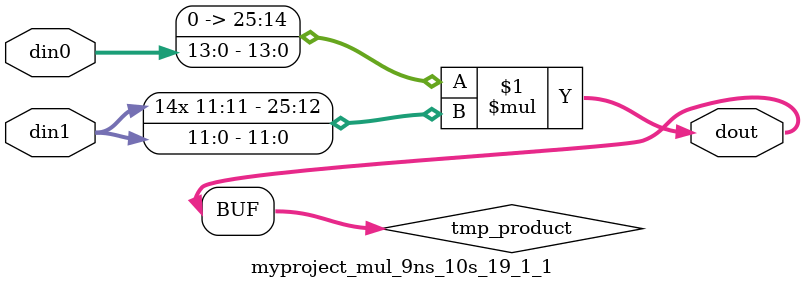
<source format=v>

`timescale 1 ns / 1 ps

 module myproject_mul_9ns_10s_19_1_1(din0, din1, dout);
parameter ID = 1;
parameter NUM_STAGE = 0;
parameter din0_WIDTH = 14;
parameter din1_WIDTH = 12;
parameter dout_WIDTH = 26;

input [din0_WIDTH - 1 : 0] din0; 
input [din1_WIDTH - 1 : 0] din1; 
output [dout_WIDTH - 1 : 0] dout;

wire signed [dout_WIDTH - 1 : 0] tmp_product;

























assign tmp_product = $signed({1'b0, din0}) * $signed(din1);










assign dout = tmp_product;





















endmodule

</source>
